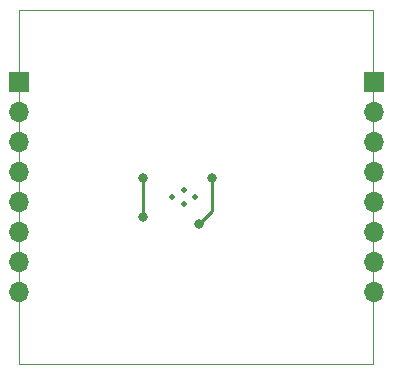
<source format=gbr>
G04 #@! TF.GenerationSoftware,KiCad,Pcbnew,(5.99.0-11522-g728b160719)*
G04 #@! TF.CreationDate,2021-07-25T13:21:19+10:00*
G04 #@! TF.ProjectId,DC_DC,44435f44-432e-46b6-9963-61645f706362,0.2*
G04 #@! TF.SameCoordinates,Original*
G04 #@! TF.FileFunction,Copper,L2,Bot*
G04 #@! TF.FilePolarity,Positive*
%FSLAX46Y46*%
G04 Gerber Fmt 4.6, Leading zero omitted, Abs format (unit mm)*
G04 Created by KiCad (PCBNEW (5.99.0-11522-g728b160719)) date 2021-07-25 13:21:19*
%MOMM*%
%LPD*%
G01*
G04 APERTURE LIST*
G04 #@! TA.AperFunction,Profile*
%ADD10C,0.100000*%
G04 #@! TD*
G04 #@! TA.AperFunction,ComponentPad*
%ADD11C,0.500000*%
G04 #@! TD*
G04 #@! TA.AperFunction,ComponentPad*
%ADD12R,1.700000X1.700000*%
G04 #@! TD*
G04 #@! TA.AperFunction,ComponentPad*
%ADD13O,1.700000X1.700000*%
G04 #@! TD*
G04 #@! TA.AperFunction,ViaPad*
%ADD14C,0.800000*%
G04 #@! TD*
G04 #@! TA.AperFunction,Conductor*
%ADD15C,0.250000*%
G04 #@! TD*
G04 APERTURE END LIST*
D10*
X84303000Y-48006000D02*
X114275000Y-48006000D01*
X114275000Y-48006000D02*
X114275000Y-77978000D01*
X114275000Y-77978000D02*
X84303000Y-77978000D01*
X84303000Y-77978000D02*
X84303000Y-48006000D01*
D11*
G04 #@! TO.P,U1,11,PGND*
G04 #@! TO.N,GND*
X99164500Y-63881000D03*
X98214500Y-64456000D03*
X98214500Y-63306000D03*
X97264500Y-63881000D03*
G04 #@! TD*
D12*
G04 #@! TO.P,J2,1,Pin_1*
G04 #@! TO.N,N/C*
X114300000Y-54102000D03*
D13*
G04 #@! TO.P,J2,2,Pin_2*
X114300000Y-56642000D03*
G04 #@! TO.P,J2,3,Pin_3*
G04 #@! TO.N,+3V3*
X114300000Y-59182000D03*
G04 #@! TO.P,J2,4,Pin_4*
X114300000Y-61722000D03*
G04 #@! TO.P,J2,5,Pin_5*
G04 #@! TO.N,GND*
X114300000Y-64262000D03*
G04 #@! TO.P,J2,6,Pin_6*
X114300000Y-66802000D03*
G04 #@! TO.P,J2,7,Pin_7*
G04 #@! TO.N,N/C*
X114300000Y-69342000D03*
G04 #@! TO.P,J2,8,Pin_8*
X114300000Y-71882000D03*
G04 #@! TD*
D12*
G04 #@! TO.P,J1,1,Pin_1*
G04 #@! TO.N,N/C*
X84303000Y-54102000D03*
D13*
G04 #@! TO.P,J1,2,Pin_2*
X84303000Y-56642000D03*
G04 #@! TO.P,J1,3,Pin_3*
G04 #@! TO.N,VSS*
X84303000Y-59182000D03*
G04 #@! TO.P,J1,4,Pin_4*
X84303000Y-61722000D03*
G04 #@! TO.P,J1,5,Pin_5*
G04 #@! TO.N,GND*
X84303000Y-64262000D03*
G04 #@! TO.P,J1,6,Pin_6*
X84303000Y-66802000D03*
G04 #@! TO.P,J1,7,Pin_7*
G04 #@! TO.N,N/C*
X84303000Y-69342000D03*
G04 #@! TO.P,J1,8,Pin_8*
X84303000Y-71882000D03*
G04 #@! TD*
D14*
G04 #@! TO.N,+3V3*
X99484500Y-66167000D03*
X100584000Y-62230000D03*
G04 #@! TO.N,VSS*
X94785500Y-65532000D03*
X94785500Y-62230000D03*
G04 #@! TD*
D15*
G04 #@! TO.N,+3V3*
X100584000Y-65067500D02*
X100584000Y-62230000D01*
X99484500Y-66167000D02*
X100584000Y-65067500D01*
G04 #@! TO.N,VSS*
X94785500Y-65532000D02*
X94785500Y-62230000D01*
G04 #@! TD*
M02*

</source>
